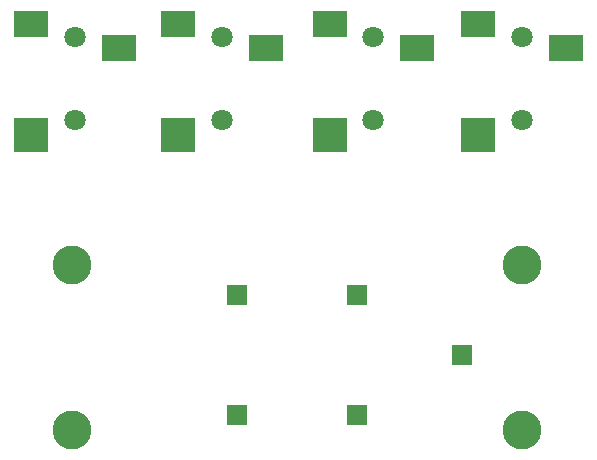
<source format=gbr>
%TF.GenerationSoftware,KiCad,Pcbnew,(5.1.6)-1*%
%TF.CreationDate,2020-10-08T10:17:58-07:00*%
%TF.ProjectId,piezobreakout,7069657a-6f62-4726-9561-6b6f75742e6b,rev?*%
%TF.SameCoordinates,Original*%
%TF.FileFunction,Soldermask,Top*%
%TF.FilePolarity,Negative*%
%FSLAX46Y46*%
G04 Gerber Fmt 4.6, Leading zero omitted, Abs format (unit mm)*
G04 Created by KiCad (PCBNEW (5.1.6)-1) date 2020-10-08 10:17:58*
%MOMM*%
%LPD*%
G01*
G04 APERTURE LIST*
%ADD10C,3.300000*%
%ADD11R,1.800000X1.800000*%
%ADD12C,1.800000*%
%ADD13R,2.900000X2.900000*%
%ADD14R,2.900000X2.300000*%
G04 APERTURE END LIST*
D10*
%TO.C,H4*%
X109220000Y-114300000D03*
%TD*%
%TO.C,H3*%
X109220000Y-100330000D03*
%TD*%
%TO.C,H2*%
X147320000Y-100330000D03*
%TD*%
%TO.C,H1*%
X147320000Y-114300000D03*
%TD*%
D11*
%TO.C,J9*%
X133350000Y-113030000D03*
%TD*%
%TO.C,J8*%
X123190000Y-113030000D03*
%TD*%
%TO.C,J7*%
X133350000Y-102870000D03*
%TD*%
%TO.C,J6*%
X123190000Y-102870000D03*
%TD*%
%TO.C,J5*%
X142240000Y-107950000D03*
%TD*%
D12*
%TO.C,J4*%
X147320000Y-88066000D03*
X147320000Y-81066000D03*
D13*
X143620000Y-89366000D03*
D14*
X143620000Y-79966000D03*
X151020000Y-81966000D03*
%TD*%
D12*
%TO.C,J3*%
X134730000Y-88066000D03*
X134730000Y-81066000D03*
D13*
X131030000Y-89366000D03*
D14*
X131030000Y-79966000D03*
X138430000Y-81966000D03*
%TD*%
D12*
%TO.C,J2*%
X121920000Y-88066000D03*
X121920000Y-81066000D03*
D13*
X118220000Y-89366000D03*
D14*
X118220000Y-79966000D03*
X125620000Y-81966000D03*
%TD*%
D12*
%TO.C,J1*%
X109474000Y-88066000D03*
X109474000Y-81066000D03*
D13*
X105774000Y-89366000D03*
D14*
X105774000Y-79966000D03*
X113174000Y-81966000D03*
%TD*%
M02*

</source>
